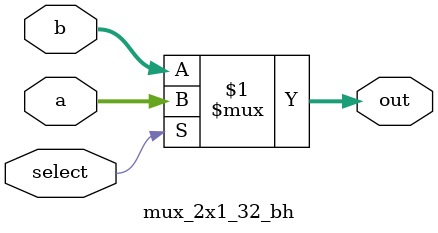
<source format=v>
module mux_2x1_32_bh (out, a, b, select); // multiplexer, 32 bits
    input [31:0] a, b; // inputs, 32 bits
    input select; // input, 1 bit
    output [31:0] out; // output, 32 bits
    assign out = select ? a : b; // if (select==1) out=a; else out=b;
endmodule

</source>
